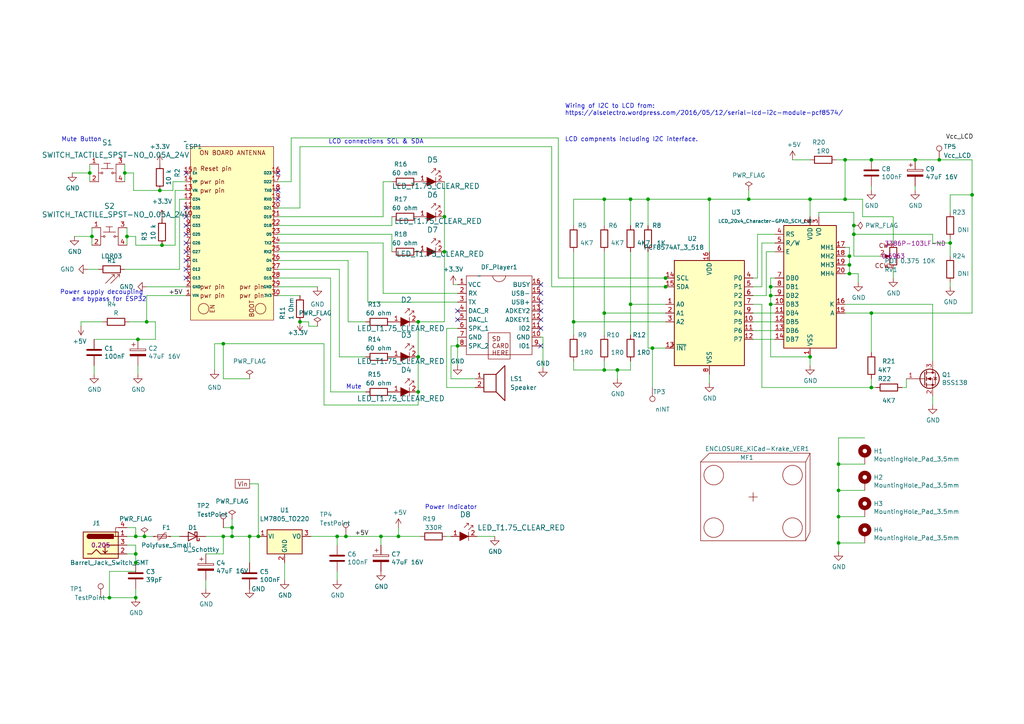
<source format=kicad_sch>
(kicad_sch (version 20230121) (generator eeschema)
  (paper "A4")
  (junction (at 252.73 46.355))
  (junction (at 175.26 90.805))
  (junction (at 246.38 79.375))
  (junction (at 36.83 68.58))
  (junction (at 74.93 155.575))
  (junction (at 182.88 88.265))
  (junction (at 223.52 88.265))
  (junction (at 64.77 99.695))
  (junction (at 243.205 134.62))
  (junction (at 26.67 68.58))
  (junction (at 243.205 157.48))
  (junction (at 223.52 83.185))
  (junction (at 223.52 85.725))
  (junction (at 246.38 76.835))
  (junction (at 175.26 107.315))
  (junction (at 243.205 149.86))
  (junction (at 67.31 153.035))
  (junction (at 128.905 73.025))
  (junction (at 247.65 67.945))
  (junction (at 72.39 155.575))
  (junction (at 193.04 83.185))
  (junction (at 205.74 57.785))
  (junction (at 246.38 74.295))
  (junction (at 179.07 107.315))
  (junction (at 46.355 55.245))
  (junction (at 252.73 90.805))
  (junction (at 40.005 98.425))
  (junction (at 110.49 155.575))
  (junction (at 243.205 142.24))
  (junction (at 245.11 57.785))
  (junction (at 234.95 57.785))
  (junction (at 39.37 155.575))
  (junction (at 31.75 173.355))
  (junction (at 252.73 112.395))
  (junction (at 36.195 50.165))
  (junction (at 272.415 46.355))
  (junction (at 42.545 93.345))
  (junction (at 121.285 113.665))
  (junction (at 115.57 155.575))
  (junction (at 39.37 160.655))
  (junction (at 166.37 93.345))
  (junction (at 86.995 93.345))
  (junction (at 39.37 173.355))
  (junction (at 39.37 163.195))
  (junction (at 41.91 155.575))
  (junction (at 182.88 57.785))
  (junction (at 67.31 155.575))
  (junction (at 26.035 50.165))
  (junction (at 64.77 155.575))
  (junction (at 175.26 57.785))
  (junction (at 193.04 80.645))
  (junction (at 121.285 103.505))
  (junction (at 234.95 103.505))
  (junction (at 46.99 71.12))
  (junction (at 281.94 56.515))
  (junction (at 189.23 100.965))
  (junction (at 247.65 65.405))
  (junction (at 97.79 155.575))
  (junction (at 132.715 100.33))
  (junction (at 187.96 57.785))
  (junction (at 128.905 62.865))
  (junction (at 275.59 70.485))
  (junction (at 265.43 46.355))
  (junction (at 217.17 57.785))
  (junction (at 121.285 93.345))
  (junction (at 100.33 155.575))
  (junction (at 245.11 46.355))
  (no_connect (at 53.975 50.165))
  (no_connect (at 156.845 85.09))
  (no_connect (at 53.975 70.485))
  (no_connect (at 53.975 78.105))
  (no_connect (at 132.715 90.17))
  (no_connect (at 53.975 80.645))
  (no_connect (at 156.845 100.33))
  (no_connect (at 53.975 62.865))
  (no_connect (at 53.975 67.945))
  (no_connect (at 53.975 65.405))
  (no_connect (at 53.975 75.565))
  (no_connect (at 132.715 92.71))
  (no_connect (at 156.845 82.55))
  (no_connect (at 156.845 87.63))
  (no_connect (at 156.845 95.25))
  (no_connect (at 80.645 50.165))
  (no_connect (at 80.645 55.245))
  (no_connect (at 53.975 73.025))
  (no_connect (at 156.845 90.17))
  (no_connect (at 53.975 60.325))
  (no_connect (at 80.645 57.785))
  (no_connect (at 156.845 92.71))
  (wire (pts (xy 39.37 170.815) (xy 39.37 173.355)))
  (wire (pts (xy 129.54 112.395) (xy 137.795 112.395)))
  (wire (pts (xy 224.79 85.725) (xy 223.52 85.725)))
  (wire (pts (xy 80.645 52.705) (xy 84.455 52.705)))
  (wire (pts (xy 80.645 60.325) (xy 86.995 60.325)))
  (wire (pts (xy 39.37 160.655) (xy 39.37 163.195)))
  (wire (pts (xy 39.37 71.12) (xy 46.99 71.12)))
  (wire (pts (xy 36.195 78.105) (xy 52.07 78.105)))
  (wire (pts (xy 247.65 67.945) (xy 247.65 74.295)))
  (wire (pts (xy 218.44 95.885) (xy 224.79 95.885)))
  (wire (pts (xy 62.23 99.695) (xy 64.77 99.695)))
  (wire (pts (xy 250.19 62.865) (xy 259.08 62.865)))
  (wire (pts (xy 80.645 62.865) (xy 111.125 62.865)))
  (wire (pts (xy 265.43 53.975) (xy 265.43 55.245)))
  (wire (pts (xy 38.735 50.165) (xy 38.735 55.245)))
  (wire (pts (xy 39.37 158.115) (xy 39.37 160.655)))
  (wire (pts (xy 250.19 57.785) (xy 250.19 62.865)))
  (wire (pts (xy 229.87 46.355) (xy 234.95 46.355)))
  (wire (pts (xy 115.57 155.575) (xy 121.92 155.575)))
  (wire (pts (xy 129.54 155.575) (xy 130.81 155.575)))
  (wire (pts (xy 52.07 57.785) (xy 53.975 57.785)))
  (wire (pts (xy 46.99 71.12) (xy 50.8 71.12)))
  (wire (pts (xy 218.44 83.185) (xy 220.98 83.185)))
  (wire (pts (xy 182.88 65.405) (xy 182.88 57.785)))
  (wire (pts (xy 205.74 57.785) (xy 217.17 57.785)))
  (wire (pts (xy 247.65 74.295) (xy 255.27 74.295)))
  (wire (pts (xy 64.77 155.575) (xy 64.77 160.655)))
  (wire (pts (xy 245.11 79.375) (xy 246.38 79.375)))
  (wire (pts (xy 42.545 83.185) (xy 53.975 83.185)))
  (wire (pts (xy 106.68 87.63) (xy 132.715 87.63)))
  (wire (pts (xy 36.83 68.58) (xy 36.83 71.12)))
  (wire (pts (xy 132.715 95.25) (xy 129.54 95.25)))
  (wire (pts (xy 243.205 134.62) (xy 243.205 142.24)))
  (wire (pts (xy 89.535 94.615) (xy 89.535 93.345)))
  (wire (pts (xy 270.51 70.485) (xy 275.59 70.485)))
  (wire (pts (xy 64.77 99.695) (xy 64.77 109.855)))
  (wire (pts (xy 193.04 88.265) (xy 182.88 88.265)))
  (wire (pts (xy 281.94 46.355) (xy 281.94 56.515)))
  (wire (pts (xy 64.77 99.695) (xy 93.98 99.695)))
  (wire (pts (xy 166.37 97.155) (xy 166.37 93.345)))
  (wire (pts (xy 245.11 74.295) (xy 246.38 74.295)))
  (wire (pts (xy 250.825 157.48) (xy 243.205 157.48)))
  (wire (pts (xy 59.69 155.575) (xy 64.77 155.575)))
  (wire (pts (xy 270.51 114.935) (xy 270.51 117.475)))
  (wire (pts (xy 82.55 168.275) (xy 82.55 163.195)))
  (wire (pts (xy 40.005 98.425) (xy 45.085 98.425)))
  (wire (pts (xy 131.445 82.55) (xy 132.715 82.55)))
  (wire (pts (xy 160.02 83.185) (xy 160.02 42.545)))
  (wire (pts (xy 220.98 83.185) (xy 220.98 70.485)))
  (wire (pts (xy 223.52 88.265) (xy 223.52 85.725)))
  (wire (pts (xy 245.11 46.355) (xy 252.73 46.355)))
  (wire (pts (xy 121.285 93.345) (xy 121.285 103.505)))
  (wire (pts (xy 243.205 142.24) (xy 243.205 149.86)))
  (wire (pts (xy 166.37 93.345) (xy 166.37 73.025)))
  (wire (pts (xy 218.44 90.805) (xy 224.79 90.805)))
  (wire (pts (xy 129.54 95.25) (xy 129.54 112.395)))
  (wire (pts (xy 189.23 112.395) (xy 189.23 100.965)))
  (wire (pts (xy 224.79 83.185) (xy 223.52 83.185)))
  (wire (pts (xy 46.355 55.245) (xy 50.165 55.245)))
  (wire (pts (xy 113.665 65.405) (xy 113.665 62.865)))
  (wire (pts (xy 80.645 73.025) (xy 106.68 73.025)))
  (wire (pts (xy 187.96 73.025) (xy 187.96 100.965)))
  (wire (pts (xy 31.75 165.735) (xy 31.75 173.355)))
  (wire (pts (xy 270.51 67.945) (xy 270.51 70.485)))
  (wire (pts (xy 222.25 85.725) (xy 222.25 73.025)))
  (wire (pts (xy 36.83 68.58) (xy 39.37 68.58)))
  (wire (pts (xy 50.8 55.245) (xy 50.8 71.12)))
  (wire (pts (xy 252.73 46.355) (xy 265.43 46.355)))
  (wire (pts (xy 80.645 65.405) (xy 113.665 65.405)))
  (wire (pts (xy 49.53 155.575) (xy 52.07 155.575)))
  (wire (pts (xy 130.81 100.33) (xy 130.81 109.855)))
  (wire (pts (xy 275.59 83.185) (xy 275.59 81.915)))
  (wire (pts (xy 262.89 109.855) (xy 262.89 112.395)))
  (wire (pts (xy 193.04 80.645) (xy 161.925 80.645)))
  (wire (pts (xy 219.71 67.945) (xy 219.71 80.645)))
  (wire (pts (xy 40.005 108.585) (xy 40.005 106.045)))
  (wire (pts (xy 245.11 71.755) (xy 246.38 71.755)))
  (wire (pts (xy 52.07 57.785) (xy 52.07 78.105)))
  (wire (pts (xy 80.645 75.565) (xy 100.965 75.565)))
  (wire (pts (xy 220.98 88.265) (xy 220.98 112.395)))
  (wire (pts (xy 80.645 78.105) (xy 98.425 78.105)))
  (wire (pts (xy 143.51 155.575) (xy 138.43 155.575)))
  (wire (pts (xy 132.715 97.79) (xy 132.715 100.33)))
  (wire (pts (xy 218.44 85.725) (xy 222.25 85.725)))
  (wire (pts (xy 100.33 155.575) (xy 110.49 155.575)))
  (wire (pts (xy 187.96 57.785) (xy 205.74 57.785)))
  (wire (pts (xy 59.69 160.655) (xy 64.77 160.655)))
  (wire (pts (xy 39.37 165.735) (xy 31.75 165.735)))
  (wire (pts (xy 80.645 80.645) (xy 95.885 80.645)))
  (wire (pts (xy 67.31 155.575) (xy 72.39 155.575)))
  (wire (pts (xy 217.17 57.785) (xy 234.95 57.785)))
  (wire (pts (xy 42.545 85.725) (xy 42.545 93.345)))
  (wire (pts (xy 166.37 107.315) (xy 175.26 107.315)))
  (wire (pts (xy 259.08 70.485) (xy 259.08 62.865)))
  (wire (pts (xy 84.455 40.005) (xy 84.455 52.705)))
  (wire (pts (xy 26.035 47.625) (xy 26.035 50.165)))
  (wire (pts (xy 218.44 98.425) (xy 224.79 98.425)))
  (wire (pts (xy 29.21 173.355) (xy 31.75 173.355)))
  (wire (pts (xy 26.035 50.165) (xy 26.035 52.705)))
  (wire (pts (xy 246.38 74.295) (xy 246.38 76.835)))
  (wire (pts (xy 36.195 47.625) (xy 36.195 50.165)))
  (wire (pts (xy 245.11 57.785) (xy 234.95 57.785)))
  (wire (pts (xy 223.52 85.725) (xy 223.52 83.185)))
  (wire (pts (xy 62.23 99.695) (xy 62.23 107.315)))
  (wire (pts (xy 27.305 108.585) (xy 27.305 106.045)))
  (wire (pts (xy 243.205 127) (xy 243.205 134.62)))
  (wire (pts (xy 72.39 140.335) (xy 74.93 140.335)))
  (wire (pts (xy 39.37 68.58) (xy 39.37 71.12)))
  (wire (pts (xy 80.645 85.725) (xy 86.995 85.725)))
  (wire (pts (xy 193.675 83.185) (xy 193.04 83.185)))
  (wire (pts (xy 39.37 155.575) (xy 36.83 155.575)))
  (wire (pts (xy 23.495 93.345) (xy 23.495 94.615)))
  (wire (pts (xy 270.51 88.265) (xy 270.51 104.775)))
  (wire (pts (xy 246.38 71.755) (xy 246.38 74.295)))
  (wire (pts (xy 246.38 76.835) (xy 246.38 79.375)))
  (wire (pts (xy 111.125 70.485) (xy 111.125 85.09)))
  (wire (pts (xy 182.88 57.785) (xy 187.96 57.785)))
  (wire (pts (xy 275.59 70.485) (xy 275.59 69.215)))
  (wire (pts (xy 89.535 93.345) (xy 86.995 93.345)))
  (wire (pts (xy 41.91 155.575) (xy 39.37 155.575)))
  (wire (pts (xy 245.11 76.835) (xy 246.38 76.835)))
  (wire (pts (xy 130.81 109.855) (xy 137.795 109.855)))
  (wire (pts (xy 182.88 97.155) (xy 182.88 88.265)))
  (wire (pts (xy 247.65 65.405) (xy 247.65 67.945)))
  (wire (pts (xy 223.52 83.185) (xy 223.52 80.645)))
  (wire (pts (xy 245.11 88.265) (xy 270.51 88.265)))
  (wire (pts (xy 44.45 155.575) (xy 41.91 155.575)))
  (wire (pts (xy 224.79 67.945) (xy 219.71 67.945)))
  (wire (pts (xy 220.98 112.395) (xy 252.73 112.395)))
  (wire (pts (xy 252.73 90.805) (xy 245.11 90.805)))
  (wire (pts (xy 272.415 46.355) (xy 281.94 46.355)))
  (wire (pts (xy 97.79 158.115) (xy 97.79 155.575)))
  (wire (pts (xy 72.39 163.195) (xy 72.39 155.575)))
  (wire (pts (xy 182.88 107.315) (xy 182.88 104.775)))
  (wire (pts (xy 175.26 57.785) (xy 182.88 57.785)))
  (wire (pts (xy 29.845 93.345) (xy 23.495 93.345)))
  (wire (pts (xy 128.905 62.865) (xy 128.905 73.025)))
  (wire (pts (xy 175.26 107.315) (xy 179.07 107.315)))
  (wire (pts (xy 50.165 55.245) (xy 50.165 52.705)))
  (wire (pts (xy 93.98 99.695) (xy 93.98 117.475)))
  (wire (pts (xy 166.37 65.405) (xy 166.37 57.785)))
  (wire (pts (xy 121.285 103.505) (xy 121.285 113.665)))
  (wire (pts (xy 182.88 88.265) (xy 182.88 73.025)))
  (wire (pts (xy 132.715 100.33) (xy 132.715 106.045)))
  (wire (pts (xy 245.11 57.785) (xy 250.19 57.785)))
  (wire (pts (xy 113.665 67.945) (xy 113.665 73.025)))
  (wire (pts (xy 187.96 100.965) (xy 189.23 100.965)))
  (wire (pts (xy 166.37 57.785) (xy 175.26 57.785)))
  (wire (pts (xy 110.49 155.575) (xy 115.57 155.575)))
  (wire (pts (xy 250.825 142.24) (xy 243.205 142.24)))
  (wire (pts (xy 242.57 46.355) (xy 245.11 46.355)))
  (wire (pts (xy 31.75 173.355) (xy 39.37 173.355)))
  (wire (pts (xy 243.205 149.86) (xy 243.205 157.48)))
  (wire (pts (xy 189.23 100.965) (xy 193.04 100.965)))
  (wire (pts (xy 111.125 52.705) (xy 113.665 52.705)))
  (wire (pts (xy 281.94 90.805) (xy 252.73 90.805)))
  (wire (pts (xy 275.59 61.595) (xy 275.59 56.515)))
  (wire (pts (xy 39.37 160.655) (xy 36.83 160.655)))
  (wire (pts (xy 250.825 127) (xy 243.205 127)))
  (wire (pts (xy 64.77 153.035) (xy 67.31 153.035)))
  (wire (pts (xy 166.37 104.775) (xy 166.37 107.315)))
  (wire (pts (xy 234.95 57.785) (xy 234.95 62.865)))
  (wire (pts (xy 265.43 46.355) (xy 272.415 46.355)))
  (wire (pts (xy 250.825 134.62) (xy 243.205 134.62)))
  (wire (pts (xy 111.125 85.09) (xy 132.715 85.09)))
  (wire (pts (xy 220.98 70.485) (xy 224.79 70.485)))
  (wire (pts (xy 90.17 155.575) (xy 97.79 155.575)))
  (wire (pts (xy 95.885 113.665) (xy 106.045 113.665)))
  (wire (pts (xy 100.965 93.345) (xy 100.965 75.565)))
  (wire (pts (xy 72.39 109.855) (xy 64.77 109.855)))
  (wire (pts (xy 223.52 88.265) (xy 223.52 103.505)))
  (wire (pts (xy 93.98 117.475) (xy 121.285 117.475)))
  (wire (pts (xy 80.645 70.485) (xy 111.125 70.485)))
  (wire (pts (xy 84.455 40.005) (xy 161.925 40.005)))
  (wire (pts (xy 187.96 65.405) (xy 187.96 57.785)))
  (wire (pts (xy 275.59 74.295) (xy 275.59 70.485)))
  (wire (pts (xy 252.73 112.395) (xy 252.73 109.855)))
  (wire (pts (xy 193.04 93.345) (xy 166.37 93.345)))
  (wire (pts (xy 237.49 62.865) (xy 237.49 61.595)))
  (wire (pts (xy 247.65 61.595) (xy 247.65 65.405)))
  (wire (pts (xy 36.195 50.165) (xy 38.735 50.165)))
  (wire (pts (xy 175.26 90.805) (xy 175.26 73.025)))
  (wire (pts (xy 97.79 155.575) (xy 100.33 155.575)))
  (wire (pts (xy 193.04 90.805) (xy 175.26 90.805)))
  (wire (pts (xy 80.645 67.945) (xy 113.665 67.945)))
  (wire (pts (xy 39.37 153.035) (xy 39.37 155.575)))
  (wire (pts (xy 98.425 103.505) (xy 106.045 103.505)))
  (wire (pts (xy 128.905 73.025) (xy 128.905 93.345)))
  (wire (pts (xy 281.94 56.515) (xy 281.94 90.805)))
  (wire (pts (xy 67.31 153.035) (xy 67.31 155.575)))
  (wire (pts (xy 37.465 93.345) (xy 42.545 93.345)))
  (wire (pts (xy 98.425 78.105) (xy 98.425 103.505)))
  (wire (pts (xy 224.79 88.265) (xy 223.52 88.265)))
  (wire (pts (xy 106.68 73.025) (xy 106.68 87.63)))
  (wire (pts (xy 160.02 42.545) (xy 86.995 42.545)))
  (wire (pts (xy 72.39 155.575) (xy 74.93 155.575)))
  (wire (pts (xy 250.825 149.86) (xy 243.205 149.86)))
  (wire (pts (xy 59.69 168.275) (xy 59.69 170.815)))
  (wire (pts (xy 219.71 80.645) (xy 218.44 80.645)))
  (wire (pts (xy 175.26 65.405) (xy 175.26 57.785)))
  (wire (pts (xy 36.83 66.04) (xy 36.83 68.58)))
  (wire (pts (xy 223.52 80.645) (xy 224.79 80.645)))
  (wire (pts (xy 80.645 83.185) (xy 92.075 83.185)))
  (wire (pts (xy 193.04 83.185) (xy 160.02 83.185)))
  (wire (pts (xy 248.92 79.375) (xy 248.92 81.915)))
  (wire (pts (xy 259.08 78.105) (xy 259.08 80.645)))
  (wire (pts (xy 234.95 106.045) (xy 234.95 103.505)))
  (wire (pts (xy 128.905 52.705) (xy 128.905 62.865)))
  (wire (pts (xy 27.305 98.425) (xy 40.005 98.425)))
  (wire (pts (xy 205.74 111.125) (xy 205.74 108.585)))
  (wire (pts (xy 45.085 98.425) (xy 45.085 93.345)))
  (wire (pts (xy 243.205 157.48) (xy 243.205 160.02)))
  (wire (pts (xy 246.38 79.375) (xy 248.92 79.375)))
  (wire (pts (xy 275.59 56.515) (xy 281.94 56.515)))
  (wire (pts (xy 111.125 62.865) (xy 111.125 52.705)))
  (wire (pts (xy 252.73 112.395) (xy 254 112.395)))
  (wire (pts (xy 247.65 67.945) (xy 270.51 67.945)))
  (wire (pts (xy 128.905 93.345) (xy 121.285 93.345)))
  (wire (pts (xy 179.07 107.315) (xy 182.88 107.315)))
  (wire (pts (xy 92.075 94.615) (xy 89.535 94.615)))
  (wire (pts (xy 179.07 109.855) (xy 179.07 107.315)))
  (wire (pts (xy 175.26 104.775) (xy 175.26 107.315)))
  (wire (pts (xy 42.545 85.725) (xy 53.975 85.725)))
  (wire (pts (xy 26.67 68.58) (xy 26.67 71.12)))
  (wire (pts (xy 193.675 80.645) (xy 193.04 80.645)))
  (wire (pts (xy 217.17 55.245) (xy 217.17 57.785)))
  (wire (pts (xy 261.62 112.395) (xy 262.89 112.395)))
  (wire (pts (xy 115.57 155.575) (xy 115.57 153.035)))
  (wire (pts (xy 157.48 97.79) (xy 157.48 106.68)))
  (wire (pts (xy 74.93 140.335) (xy 74.93 155.575)))
  (wire (pts (xy 106.045 93.345) (xy 100.965 93.345)))
  (wire (pts (xy 175.26 97.155) (xy 175.26 90.805)))
  (wire (pts (xy 223.52 103.505) (xy 234.95 103.505)))
  (wire (pts (xy 64.77 155.575) (xy 67.31 155.575)))
  (wire (pts (xy 110.49 158.115) (xy 110.49 155.575)))
  (wire (pts (xy 132.715 100.33) (xy 130.81 100.33)))
  (wire (pts (xy 36.195 50.165) (xy 36.195 52.705)))
  (wire (pts (xy 245.11 46.355) (xy 245.11 57.785)))
  (wire (pts (xy 21.59 68.58) (xy 26.67 68.58)))
  (wire (pts (xy 252.73 102.235) (xy 252.73 90.805)))
  (wire (pts (xy 36.83 153.035) (xy 39.37 153.035)))
  (wire (pts (xy 25.4 78.105) (xy 28.575 78.105)))
  (wire (pts (xy 36.83 158.115) (xy 39.37 158.115)))
  (wire (pts (xy 26.67 66.04) (xy 26.67 68.58)))
  (wire (pts (xy 86.995 42.545) (xy 86.995 60.325)))
  (wire (pts (xy 161.925 80.645) (xy 161.925 40.005)))
  (wire (pts (xy 53.975 55.245) (xy 50.8 55.245)))
  (wire (pts (xy 121.285 117.475) (xy 121.285 113.665)))
  (wire (pts (xy 205.74 73.025) (xy 205.74 57.785)))
  (wire (pts (xy 218.44 93.345) (xy 224.79 93.345)))
  (wire (pts (xy 237.49 61.595) (xy 247.65 61.595)))
  (wire (pts (xy 218.44 88.265) (xy 220.98 88.265)))
  (wire (pts (xy 67.31 150.495) (xy 67.31 153.035)))
  (wire (pts (xy 38.735 55.245) (xy 46.355 55.245)))
  (wire (pts (xy 252.73 55.245) (xy 252.73 53.975)))
  (wire (pts (xy 97.79 165.735) (xy 97.79 168.275)))
  (wire (pts (xy 95.885 80.645) (xy 95.885 113.665)))
  (wire (pts (xy 156.845 97.79) (xy 157.48 97.79)))
  (wire (pts (xy 39.37 163.195) (xy 39.37 165.735)))
  (wire (pts (xy 20.955 50.165) (xy 26.035 50.165)))
  (wire (pts (xy 222.25 73.025) (xy 224.79 73.025)))
  (wire (pts (xy 50.165 52.705) (xy 53.975 52.705)))
  (wire (pts (xy 42.545 93.345) (xy 45.085 93.345)))
  (text "Power supply decoupling \nand bypass for ESP32" (at 42.545 87.63 0) (effects (font (size 1.27 1.27)) (justify right bottom)))
  (text "LCD compnents including I2C interface." (at 163.83 41.275 0) (effects (font (size 1.27 1.27)) (justify left bottom)))
  (text "Mute Button" (at 17.78 41.275 0) (effects (font (size 1.27 1.27)) (justify left bottom)))
  (text "LCD connections SCL & SDA" (at 95.25 41.91 0) (effects (font (size 1.27 1.27)) (justify left bottom)))
  (text "Power Indicator" (at 123.19 147.955 0) (effects (font (size 1.27 1.27)) (justify left bottom)))
  (text "Mute" (at 100.33 113.03 0) (effects (font (size 1.27 1.27)) (justify left bottom)))
  (text "Wiring of I2C to LCD from:\nhttps://alselectro.wordpress.com/2016/05/12/serial-lcd-i2c-module-pcf8574/" (at 163.83 33.655 0) (effects (font (size 1.27 1.27)) (justify left bottom)))
  (label "Vcc_LCD" (at 274.32 40.64 0))
  (label "+5V" (at 102.87 155.575 0))
  (label "+5V" (at 48.895 85.725 0))
  (global_label "Vin" (shape passive) (at 72.39 140.335 180) (property "Intersheetrefs" "${INTERSHEET_REFS}" (effects hide)))
  (symbol (lib_id "GPAD_SCH_LIB:LED_T1.75_CLEAR_WHITE") (at 118.745 113.665 0) (unit 1)
    (property "Reference" "D4" (at 116.205 107.315 0) (effects (font (size 1.524 1.524)) (justify left)))
    (property "Value" "LED_T1.75_CLEAR_RED" (at 103.505 115.57 0) (effects (font (size 1.524 1.524)) (justify left)))
    (property "Footprint" "GeneralPurposeAlarmDevicePCB:LED_5mm_Radial" (effects hide))
    (property "Datasheet" "http://optoelectronics.liteon.com/upload/download/DS20-2005-253/LTW-2R3D7.pdf" (effects hide))
    (property "Digi-Key_PN" "160-1772-ND" (effects hide))
    (property "MPN" "LTW-2R3D7" (effects hide))
    (property "Category" "Optoelectronics" (effects hide))
    (property "Family" "LED Indication - Discrete" (effects hide))
    (property "DK_Datasheet_Link" "http://optoelectronics.liteon.com/upload/download/DS20-2005-253/LTW-2R3D7.pdf" (effects hide))
    (property "DK_Detail_Page" "/product-detail/en/lite-on-inc/LTW-2R3D7/160-1772-ND/1277121" (effects hide))
    (property "Description" "LED WHITE CLEAR T-1 3/4 T/H" (effects hide))
    (property "Manufacturer" "Lite-On Inc." (effects hide))
    (property "Status" "Active" (effects hide))
    (property "AssemblyType" "HAND" (effects hide))
    (property "Cost" "0.36000" (effects hide))
    (property "Distributor 1" "DigiKey" (effects hide))
    (property "Distributor 1 PN" "160-1682-ND" (effects hide))
  )
  (symbol (lib_id "Device:C_Polarized") (at 110.49 161.925 0) (unit 1)
    (property "Reference" "C7" (at 113.4872 160.7566 0) (effects (justify left)))
    (property "Value" "47uF 16V" (at 113.4872 163.068 0) (effects (justify left)))
    (property "Footprint" "Capacitor_SMD:CP_Elec_5x5.4" (effects hide))
    (property "Distributor 1" "JLCPCB" (effects hide))
    (property "Distributor 1 PN" "C2895272" (effects hide))
    (property "Manufacturer" "KNSCHA" (effects hide))
    (property "MPN" "RVT47UF16V67RV0019" (effects hide))
    (property "AssemblyType" "SMT" (effects hide))
    (property "Cost" "0.038" (effects hide))
  )
  (symbol (lib_id "GPAD_SCH_LIB:MountingHole_Pad_3.5mm") (at 250.825 154.94 0) (unit 1)
    (property "Reference" "H4" (at 253.365 153.6954 0) (effects (justify left)))
    (property "Value" "MountingHole_Pad_3.5mm" (at 253.365 156.0068 0) (effects (justify left)))
    (property "Footprint" "GeneralPurposeAlarmDevicePCB:MountingHole_3.5mm_Pad_Via" (effects hide))
    (property "AssemblyType" "NA" (effects hide))
    (property "Cost" "0" (effects hide))
    (property "Description" "MountingHole_Pad_3.5mm" (effects hide))
    (property "Distributor 1" "NA" (effects hide))
    (property "Distributor 1 PN" "NA" (effects hide))
  )
  (symbol (lib_id "power:GND") (at 62.23 107.315 0) (unit 1)
    (property "Reference" "#PWR023" (effects hide))
    (property "Value" "GND" (at 62.23 112.395 0))
  )
  (symbol (lib_id "Device:C_Polarized") (at 40.005 102.235 0) (unit 1)
    (property "Reference" "C2" (at 43.0022 101.0666 0) (effects (justify left)))
    (property "Value" "47uF 16V" (at 43.0022 103.378 0) (effects (justify left)))
    (property "Footprint" "Capacitor_SMD:CP_Elec_5x5.4" (effects hide))
    (property "Distributor 1" "JLCPCB" (effects hide))
    (property "Distributor 1 PN" "C2895272" (effects hide))
    (property "Manufacturer" "KNSCHA" (effects hide))
    (property "MPN" "RVT47UF16V67RV0019" (effects hide))
    (property "AssemblyType" "SMT" (effects hide))
    (property "Cost" "0.038" (effects hide))
  )
  (symbol (lib_id "Connector:TestPoint") (at 64.77 153.035 0) (unit 1)
    (property "Reference" "TP2" (at 57.15 146.685 0) (effects (justify left)))
    (property "Value" "TestPoint" (at 57.15 149.225 0) (effects (justify left)))
    (property "Footprint" "TestPoint:TestPoint_Loop_D2.54mm_Drill1.5mm_Beaded" (effects hide))
    (property "AssemblyType" "HAND" (effects hide))
  )
  (symbol (lib_id "Device:C") (at 39.37 167.005 0) (unit 1)
    (property "Reference" "C3" (at 42.291 165.8366 0) (effects (justify left)))
    (property "Value" "39pF" (at 42.291 168.148 0) (effects (justify left)))
    (property "Footprint" "Capacitor_SMD:C_0603_1608Metric_Pad1.08x0.95mm_HandSolder" (effects hide))
    (property "AssemblyType" "SMT" (effects hide))
    (property "Distributor 1" "JLCPCB" (effects hide))
    (property "Distributor 1 PN" "C107049" (effects hide))
    (property "MPN" "CC0603JRNPO9BN390" (effects hide))
    (property "Manufacturer" "YAGEO" (effects hide))
    (property "Cost" "0.003" (effects hide))
  )
  (symbol (lib_id "power:+3.3V") (at 46.355 47.625 0) (unit 1)
    (property "Reference" "#PWR07" (effects hide))
    (property "Value" "+3.3V" (at 46.355 42.545 0))
  )
  (symbol (lib_id "Device:C") (at 252.73 50.165 0) (unit 1)
    (property "Reference" "C8" (at 255.651 48.9966 0) (effects (justify left)))
    (property "Value" "100nF" (at 255.651 51.308 0) (effects (justify left)))
    (property "Footprint" "Capacitor_SMD:C_0603_1608Metric_Pad1.08x0.95mm_HandSolder" (effects hide))
    (property "Distributor 1" "JLCPCB" (effects hide))
    (property "Distributor 1 PN" "C14663" (effects hide))
    (property "Manufacturer" "YAGEO" (effects hide))
    (property "MPN" "CC0603KRX7R9BB104" (effects hide))
    (property "Description" "50V 100nF X7R ±10% 0603 Multilayer Ceramic Capacitors MLCC - SMD/SMT ROHS" (effects hide))
    (property "AssemblyType" "SMT" (effects hide))
    (property "Cost" "0.0021" (effects hide))
  )
  (symbol (lib_id "GPAD_SCH_LIB:SWITCH_TACTILE_SPST-NO_0.05A_24V") (at 31.115 50.165 0) (unit 1)
    (property "Reference" "S1" (at 31.115 41.3512 0) (effects (font (size 1.524 1.524))))
    (property "Value" "SWITCH_TACTILE_SPST-NO_0.05A_24V" (at 33.528 44.958 0) (effects (font (size 1.524 1.524))))
    (property "Footprint" "PubInv_KiCad_PCB:Switch_Tactile_THT_6x6mm" (effects hide))
    (property "Datasheet" "https://www.te.com/commerce/DocumentDelivery/DDEController?Action=srchrtrv&DocNm=1825910&DocType=Customer+Drawing&DocLang=English" (effects hide))
    (property "Distributor 1" "JLCPCB" (effects hide))
    (property "Distributor 1 PN" "C13828" (effects hide))
    (property "Distributor 2" "Digikey" (effects hide))
    (property "Distributor 2 PN" "450-1804-ND" (effects hide))
    (property "Manufacturer" "TE Connectivity ALCOSWITCH Switches" (effects hide))
    (property "MPN" "TE Connectivity 1825910-7,   Dongguan Guangzhu Industrial C13828" (effects hide))
    (property "Category" "Switches" (effects hide))
    (property "Family" "Tactile Switches" (effects hide))
    (property "DK_Datasheet_Link" "https://www.te.com/commerce/DocumentDelivery/DDEController?Action=srchrtrv&DocNm=1825910&DocType=Customer+Drawing&DocLang=English" (effects hide))
    (property "DK_Detail_Page" "/product-detail/en/te-connectivity-alcoswitch-switches/1825910-7/450-1804-ND/1731414" (effects hide))
    (property "Description" "±10% ±100ppm/℃ 10kΩ Plugin Variable Resistors/Potentiometers ROHS" (effects hide))
    (property "Status" "Active" (effects hide))
    (property "AssemblyType" "HAND" (effects hide))
    (property "Cost" "0.0315" (effects hide))
  )
  (symbol (lib_id "GPAD_SCH_LIB:Barrel_Jack_Switch_SMT") (at 29.21 158.115 0) (unit 1)
    (property "Reference" "J1" (at 27.94 151.765 0))
    (property "Value" "Barrel_Jack_Switch_SMT" (at 31.75 163.195 0))
    (property "Footprint" "GeneralPurposeAlarmDevicePCB:BarrelJack_CLIFF_FC681465S_SMT_Horizontal" (effects hide))
    (property "Datasheet" "https://tensility.s3.amazonaws.com/uploads/pdffiles/54-00164.pdf" (effects hide))
    (property "Distributor 1" "JLCPCB" (effects hide))
    (property "Distributor 1 PN" "C319134" (effects hide))
    (property "Manufacturer" "XKB Connectivity / Tensility International Corp" (effects hide))
    (property "MPN" "DC-005-5A-2.0-SMT / 54-00164" (effects hide))
    (property "Description" "Power Barrel Connector Jack 2.10mm ID (0.083\"), 5.50mm OD (0.217\") Surface Mount, Right Angle" (effects hide))
    (property "Distributor 2" "Digikey" (effects hide))
    (property "Distributor 2 PN" "839-54-00164CT-ND" (effects hide))
    (property "Cost" "0.205" (at 29.21 158.115 0))
    (property "AssemblyType" "HAND" (effects hide))
  )
  (symbol (lib_id "power:+3.3V") (at 46.99 63.5 0) (unit 1)
    (property "Reference" "#PWR08" (effects hide))
    (property "Value" "+3.3V" (at 46.99 58.42 0))
  )
  (symbol (lib_id "GPAD_SCH_LIB:MountingHole_Pad_3.5mm") (at 250.825 132.08 0) (unit 1)
    (property "Reference" "H1" (at 253.365 130.8354 0) (effects (justify left)))
    (property "Value" "MountingHole_Pad_3.5mm" (at 253.365 133.1468 0) (effects (justify left)))
    (property "Footprint" "GeneralPurposeAlarmDevicePCB:MountingHole_3.5mm_Pad_Via" (effects hide))
    (property "AssemblyType" "NA" (effects hide))
    (property "Cost" "0" (effects hide))
    (property "Description" "MountingHole_Pad_3.5mm" (effects hide))
    (property "Distributor 1" "NA" (effects hide))
    (property "Distributor 1 PN" "NA" (effects hide))
  )
  (symbol (lib_id "Connector:TestPoint") (at 29.21 173.355 0) (unit 1)
    (property "Reference" "TP1" (at 20.32 170.815 0) (effects (justify left)))
    (property "Value" "TestPoint" (at 21.59 173.355 0) (effects (justify left)))
    (property "Footprint" "TestPoint:TestPoint_Loop_D2.54mm_Drill1.5mm_Beaded" (effects hide))
    (property "AssemblyType" "HAND" (effects hide))
  )
  (symbol (lib_id "power:GND") (at 97.79 168.275 0) (unit 1)
    (property "Reference" "#PWR019" (effects hide))
    (property "Value" "GND" (at 97.917 172.6692 0))
  )
  (symbol (lib_id "power:PWR_FLAG") (at 92.075 94.615 0) (unit 1)
    (property "Reference" "#FLG03" (effects hide))
    (property "Value" "PWR_FLAG" (at 91.44 90.805 0))
  )
  (symbol (lib_id "power:GND") (at 243.205 160.02 0) (unit 1)
    (property "Reference" "#PWR024" (effects hide))
    (property "Value" "GND" (at 243.332 164.4142 0))
  )
  (symbol (lib_id "power:GND") (at 265.43 55.245 0) (unit 1)
    (property "Reference" "#PWR028" (effects hide))
    (property "Value" "GND" (at 265.557 59.6392 0))
  )
  (symbol (lib_id "power:GND") (at 157.48 106.68 0) (unit 1)
    (property "Reference" "#PWR034" (effects hide))
    (property "Value" "GND" (at 157.48 105.41 0))
  )
  (symbol (lib_id "power:GND") (at 40.005 108.585 0) (unit 1)
    (property "Reference" "#PWR011" (effects hide))
    (property "Value" "GND" (at 40.132 112.9792 0))
  )
  (symbol (lib_id "Device:R") (at 109.855 113.665 270) (unit 1)
    (property "Reference" "R15" (at 108.585 108.585 90))
    (property "Value" "60 ohm" (at 109.855 111.125 90))
    (property "Footprint" "Resistor_SMD:R_0603_1608Metric_Pad0.98x0.95mm_HandSolder" (effects hide))
    (property "Distributor 1" "JLCPCB" (effects hide))
    (property "Distributor 1 PN" "C269711" (effects hide))
    (property "Manufacturer" "TyoHM" (effects hide))
    (property "MPN" "RMC06033301%N" (effects hide))
    (property "Description" "0.1W ±1% 330Ω 0603 Chip Resistor - Surface Mount ROHS" (effects hide))
    (property "AssemblyType" "SMT" (effects hide))
    (property "Cost" "0.0015" (effects hide))
  )
  (symbol (lib_id "Device:R") (at 166.37 100.965 0) (unit 1)
    (property "Reference" "R9" (at 168.91 97.155 0))
    (property "Value" "1R0" (at 170.18 102.235 0))
    (property "Footprint" "Resistor_SMD:R_0603_1608Metric_Pad0.98x0.95mm_HandSolder" (effects hide))
    (property "Distributor 1" "JLCPCB" (effects hide))
    (property "Distributor 1 PN" "C269434" (effects hide))
    (property "Manufacturer" "TyoHM" (effects hide))
    (property "MPN" "RMC060315%N" (effects hide))
    (property "Description" "0.1W ±5% 1Ω 0603 Chip Resistor - Surface Mount ROHS" (effects hide))
    (property "AssemblyType" "SMT" (effects hide))
    (property "Cost" "0.0015" (effects hide))
  )
  (symbol (lib_id "Regulator_Linear:LM7805_TO220") (at 82.55 155.575 0) (unit 1)
    (property "Reference" "U1" (at 82.55 147.955 0))
    (property "Value" "LM7805_TO220" (at 82.55 150.495 0))
    (property "Footprint" "Package_TO_SOT_THT:TO-220-3_Vertical" (effects hide))
    (property "Datasheet" "https://www.onsemi.cn/PowerSolutions/document/MC7800-D.PDF" (effects hide))
    (property "Cost" "0.1164" (effects hide))
    (property "Description" "LM7805 TO220" (effects hide))
    (property "Distributor 1" "JLCPCB" (effects hide))
    (property "Distributor 1 PN" "C2977083" (effects hide))
    (property "Manufacturer" "HANSCHIP semiconductor" (effects hide))
    (property "MPN" "LM7805CTG" (effects hide))
    (property "AssemblyType" "HAND" (effects hide))
  )
  (symbol (lib_id "power:GND") (at 270.51 117.475 0) (unit 1)
    (property "Reference" "#PWR029" (effects hide))
    (property "Value" "GND" (at 270.637 121.8692 0))
  )
  (symbol (lib_id "GPAD_SCH_LIB:ENCLOSURE_GPAD_VER1") (at 218.44 144.145 0) (unit 1) (on_board no)
    (property "Reference" "MF1" (at 214.63 132.715 0) (effects (justify left)))
    (property "Value" "ENCLOSURE_KiCad-Krake_VER1" (at 204.47 130.175 0) (effects (justify left)))
    (property "Datasheet" "https://www.mcmaster.com/catalog/128/3306" (effects hide))
    (property "Distributor 1" "PublicInvention" (effects hide))
    (property "Distributor 1 PN" "ENCLOSURE_GPAD_VER1" (effects hide))
    (property "Cost" "1000000" (effects hide))
  )
  (symbol (lib_id "power:GND") (at 275.59 83.185 0) (unit 1)
    (property "Reference" "#PWR030" (effects hide))
    (property "Value" "GND" (at 275.717 87.5792 0))
  )
  (symbol (lib_id "power:GND") (at 82.55 168.275 0) (unit 1)
    (property "Reference" "#PWR016" (effects hide))
    (property "Value" "GND" (at 82.677 172.6692 0))
  )
  (symbol (lib_id "Device:R") (at 117.475 52.705 270) (unit 1)
    (property "Reference" "R16" (at 116.205 47.625 90))
    (property "Value" "60 ohm" (at 117.475 50.165 90))
    (property "Footprint" "Resistor_SMD:R_0603_1608Metric_Pad0.98x0.95mm_HandSolder" (effects hide))
    (property "Distributor 1" "JLCPCB" (effects hide))
    (property "Distributor 1 PN" "C269711" (effects hide))
    (property "Manufacturer" "TyoHM" (effects hide))
    (property "MPN" "RMC06033301%N" (effects hide))
    (property "Description" "0.1W ±1% 330Ω 0603 Chip Resistor - Surface Mount ROHS" (effects hide))
    (property "AssemblyType" "SMT" (effects hide))
    (property "Cost" "0.0015" (effects hide))
  )
  (symbol (lib_id "power:GND") (at 20.955 50.165 0) (unit 1)
    (property "Reference" "#PWR01" (effects hide))
    (property "Value" "GND" (at 21.082 54.5592 0))
  )
  (symbol (lib_id "Device:Speaker") (at 142.875 109.855 0) (unit 1)
    (property "Reference" "LS1" (at 147.955 109.855 0) (effects (justify left)))
    (property "Value" "Speaker" (at 147.955 112.395 0) (effects (justify left)))
    (property "Footprint" "speaker:Speaker" (effects hide))
  )
  (symbol (lib_id "power:GND") (at 39.37 173.355 0) (unit 1)
    (property "Reference" "#PWR012" (effects hide))
    (property "Value" "GND" (at 39.497 177.7492 0))
  )
  (symbol (lib_id "Device:R") (at 182.88 100.965 0) (unit 1)
    (property "Reference" "R12" (at 185.42 97.155 0))
    (property "Value" "1R0" (at 186.69 102.235 0))
    (property "Footprint" "Resistor_SMD:R_0603_1608Metric_Pad0.98x0.95mm_HandSolder" (effects hide))
    (property "Distributor 1" "JLCPCB" (effects hide))
    (property "Distributor 1 PN" "C269434" (effects hide))
    (property "Manufacturer" "TyoHM" (effects hide))
    (property "MPN" "RMC060315%N" (effects hide))
    (property "Description" "0.1W ±5% 1Ω 0603 Chip Resistor - Surface Mount ROHS" (effects hide))
    (property "AssemblyType" "SMT" (effects hide))
    (property "Cost" "0.0015" (effects hide))
  )
  (symbol (lib_id "power:PWR_FLAG") (at 41.91 155.575 0) (unit 1)
    (property "Reference" "#FLG01" (effects hide))
    (property "Value" "PWR_FLAG" (at 39.37 150.495 0))
  )
  (symbol (lib_id "Device:R") (at 33.655 93.345 270) (unit 1)
    (property "Reference" "R4" (at 32.385 88.265 90))
    (property "Value" "R" (at 33.655 90.805 90))
    (property "Footprint" "Resistor_SMD:R_0603_1608Metric_Pad0.98x0.95mm_HandSolder" (effects hide))
    (property "Distributor 1" "JLCPCB" (effects hide))
    (property "Distributor 1 PN" "C269434" (effects hide))
    (property "Manufacturer" "TyoHM" (effects hide))
    (property "MPN" "RMC060315%N" (effects hide))
    (property "Description" "0.1W ±5% 1Ω 0603 Chip Resistor - Surface Mount ROHS" (effects hide))
    (property "AssemblyType" "SMT" (effects hide))
    (property "Cost" "0.0015" (effects hide))
  )
  (symbol (lib_id "Device:R") (at 46.355 51.435 180) (unit 1)
    (property "Reference" "R2" (at 51.435 50.165 90))
    (property "Value" "10 k" (at 48.895 51.435 90))
    (property "Footprint" "Resistor_SMD:R_0603_1608Metric_Pad0.98x0.95mm_HandSolder" (effects hide))
    (property "Distributor 1" "JLCPCB" (effects hide))
    (property "Distributor 1 PN" "C269701" (effects hide))
    (property "Manufacturer" "TyoHM" (effects hide))
    (property "MPN" "RMC 0603 10K F N" (effects hide))
    (property "Description" "0.1W ±1% 10kΩ 0603  Chip Resistor - Surface Mount ROHS" (effects hide))
    (property "AssemblyType" "SMT" (effects hide))
    (property "Cost" "0.0015" (effects hide))
  )
  (symbol (lib_id "power:GND") (at 234.95 106.045 0) (unit 1)
    (property "Reference" "#PWR010" (effects hide))
    (property "Value" "GND" (at 235.077 110.4392 0))
  )
  (symbol (lib_id "power:GND") (at 143.51 155.575 0) (unit 1)
    (property "Reference" "#PWR022" (effects hide))
    (property "Value" "GND" (at 143.637 159.9692 0))
  )
  (symbol (lib_id "GPAD_SCH_LIB:LED_T1.75_CLEAR_WHITE") (at 126.365 73.025 0) (unit 1)
    (property "Reference" "D7" (at 123.825 66.675 0) (effects (font (size 1.524 1.524)) (justify left)))
    (property "Value" "LED_T1.75_CLEAR_RED" (at 114.935 73.66 0) (effects (font (size 1.524 1.524)) (justify left)))
    (property "Footprint" "GeneralPurposeAlarmDevicePCB:LED_5mm_Radial" (effects hide))
    (property "Datasheet" "http://optoelectronics.liteon.com/upload/download/DS20-2005-253/LTW-2R3D7.pdf" (effects hide))
    (property "Digi-Key_PN" "160-1772-ND" (effects hide))
    (property "MPN" "LTW-2R3D7" (effects hide))
    (property "Category" "Optoelectronics" (effects hide))
    (property "Family" "LED Indication - Discrete" (effects hide))
    (property "DK_Datasheet_Link" "http://optoelectronics.liteon.com/upload/download/DS20-2005-253/LTW-2R3D7.pdf" (effects hide))
    (property "DK_Detail_Page" "/product-detail/en/lite-on-inc/LTW-2R3D7/160-1772-ND/1277121" (effects hide))
    (property "Description" "LED WHITE CLEAR T-1 3/4 T/H" (effects hide))
    (property "Manufacturer" "Lite-On Inc." (effects hide))
    (property "Status" "Active" (effects hide))
    (property "AssemblyType" "HAND" (effects hide))
    (property "Cost" "0.36000" (effects hide))
    (property "Distributor 1" "DigiKey" (effects hide))
    (property "Distributor 1 PN" "160-1682-ND" (effects hide))
  )
  (symbol (lib_id "Device:C") (at 97.79 161.925 0) (unit 1)
    (property "Reference" "C6" (at 100.711 160.7566 0) (effects (justify left)))
    (property "Value" "100nF" (at 100.711 163.068 0) (effects (justify left)))
    (property "Footprint" "Capacitor_SMD:C_0603_1608Metric_Pad1.08x0.95mm_HandSolder" (effects hide))
    (property "Distributor 1" "JLCPCB" (effects hide))
    (property "Distributor 1 PN" "C14663" (effects hide))
    (property "Manufacturer" "YAGEO" (effects hide))
    (property "MPN" "CC0603KRX7R9BB104" (effects hide))
    (property "Description" "50V 100nF X7R ±10% 0603 Multilayer Ceramic Capacitors MLCC - SMD/SMT ROHS" (effects hide))
    (property "AssemblyType" "SMT" (effects hide))
    (property "Cost" "0.0021" (effects hide))
  )
  (symbol (lib_id "Device:R") (at 252.73 106.045 180) (unit 1)
    (property "Reference" "R21" (at 257.81 104.775 0))
    (property "Value" "4K7" (at 256.54 107.315 0))
    (property "Footprint" "Resistor_SMD:R_0603_1608Metric_Pad0.98x0.95mm_HandSolder" (effects hide))
    (property "Distributor 1" "JLCPCB" (effects hide))
    (property "Distributor 1 PN" "C269713" (effects hide))
    (property "Manufacturer" "TyoHM" (effects hide))
    (property "MPN" "RMC 0603 4K7 F N" (effects hide))
    (property "Description" "1W ±1% 4.7kΩ 0603 Chip Resistor - Surface Mount ROHS" (effects hide))
    (property "AssemblyType" "SMT" (effects hide))
    (property "Cost" "0.0015" (effects hide))
  )
  (symbol (lib_id "Device:R") (at 117.475 73.025 270) (unit 1)
    (property "Reference" "R18" (at 116.205 67.945 90))
    (property "Value" "60 ohm" (at 117.475 70.485 90))
    (property "Footprint" "Resistor_SMD:R_0603_1608Metric_Pad0.98x0.95mm_HandSolder" (effects hide))
    (property "Distributor 1" "JLCPCB" (effects hide))
    (property "Distributor 1 PN" "C269711" (effects hide))
    (property "Manufacturer" "TyoHM" (effects hide))
    (property "MPN" "RMC06033301%N" (effects hide))
    (property "Description" "0.1W ±1% 330Ω 0603 Chip Resistor - Surface Mount ROHS" (effects hide))
    (property "AssemblyType" "SMT" (effects hide))
    (property "Cost" "0.0015" (effects hide))
  )
  (symbol (lib_id "Device:R") (at 46.99 67.31 0) (unit 1)
    (property "Reference" "R3" (at 41.91 68.58 90))
    (property "Value" "10 k" (at 44.45 67.31 90))
    (property "Footprint" "Resistor_SMD:R_0603_1608Metric_Pad0.98x0.95mm_HandSolder" (effects hide))
    (property "Distributor 1" "JLCPCB" (effects hide))
    (property "Distributor 1 PN" "C269701" (effects hide))
    (property "Manufacturer" "TyoHM" (effects hide))
    (property "MPN" "RMC 0603 10K F N" (effects hide))
    (property "Description" "0.1W ±1% 10kΩ 0603  Chip Resistor - Surface Mount ROHS" (effects hide))
    (property "AssemblyType" "SMT" (effects hide))
    (property "Cost" "0.0015" (effects hide))
  )
  (symbol (lib_id "Device:C_Polarized") (at 59.69 164.465 0) (unit 1)
    (property "Reference" "C4" (at 62.6872 163.2966 0) (effects (justify left)))
    (property "Value" "47uF 16V" (at 62.6872 165.608 0) (effects (justify left)))
    (property "Footprint" "Capacitor_SMD:CP_Elec_5x5.4" (effects hide))
    (property "Distributor 1" "JLCPCB" (effects hide))
    (property "Distributor 1 PN" "C2895272" (effects hide))
    (property "Manufacturer" "KNSCHA" (effects hide))
    (property "MPN" "RVT47UF16V67RV0019" (effects hide))
    (property "AssemblyType" "SMT" (effects hide))
    (property "Cost" "0.038" (effects hide))
  )
  (symbol (lib_id "GPAD_SCH_LIB:MountingHole_Pad_3.5mm") (at 250.825 139.7 0) (unit 1)
    (property "Reference" "H2" (at 253.365 138.4554 0) (effects (justify left)))
    (property "Value" "MountingHole_Pad_3.5mm" (at 253.365 140.7668 0) (effects (justify left)))
    (property "Footprint" "GeneralPurposeAlarmDevicePCB:MountingHole_3.5mm_Pad_Via" (effects hide))
    (property "AssemblyType" "NA" (effects hide))
    (property "Cost" "0" (effects hide))
    (property "Description" "MountingHole_Pad_3.5mm" (effects hide))
    (property "Distributor 1" "NA" (effects hide))
    (property "Distributor 1 PN" "NA" (effects hide))
  )
  (symbol (lib_id "power:GND") (at 25.4 78.105 270) (unit 1)
    (property "Reference" "#PWR033" (effects hide))
    (property "Value" "GND" (at 21.59 78.105 90) (effects (justify right)))
  )
  (symbol (lib_id "power:+5V") (at 23.495 94.615 180) (unit 1)
    (property "Reference" "#PWR05" (effects hide))
    (property "Value" "+5V" (at 23.114 99.0092 0))
  )
  (symbol (lib_id "New_Library.ESP32KIT:ESP32_-_V2") (at 55.245 42.545 0) (unit 1)
    (property "Reference" "ESP1" (at 56.134 42.545 0))
    (property "Value" "~" (at 53.721 41.021 0))
    (property "Footprint" "esp32 15 pin Library:esp32" (effects hide))
  )
  (symbol (lib_id "GPAD_SCH_LIB:LED_T1.75_CLEAR_WHITE") (at 118.745 103.505 0) (unit 1)
    (property "Reference" "D3" (at 116.205 97.155 0) (effects (font (size 1.524 1.524)) (justify left)))
    (property "Value" "LED_T1.75_CLEAR_RED" (at 103.505 104.775 0) (effects (font (size 1.524 1.524)) (justify left)))
    (property "Footprint" "GeneralPurposeAlarmDevicePCB:LED_5mm_Radial" (effects hide))
    (property "Datasheet" "http://optoelectronics.liteon.com/upload/download/DS20-2005-253/LTW-2R3D7.pdf" (effects hide))
    (property "Digi-Key_PN" "160-1772-ND" (effects hide))
    (property "MPN" "LTW-2R3D7" (effects hide))
    (property "Category" "Optoelectronics" (effects hide))
    (property "Family" "LED Indication - Discrete" (effects hide))
    (property "DK_Datasheet_Link" "http://optoelectronics.liteon.com/upload/download/DS20-2005-253/LTW-2R3D7.pdf" (effects hide))
    (property "DK_Detail_Page" "/product-detail/en/lite-on-inc/LTW-2R3D7/160-1772-ND/1277121" (effects hide))
    (property "Description" "LED WHITE CLEAR T-1 3/4 T/H" (effects hide))
    (property "Manufacturer" "Lite-On Inc." (effects hide))
    (property "Status" "Active" (effects hide))
    (property "AssemblyType" "HAND" (effects hide))
    (property "Cost" "0.36000" (effects hide))
    (property "Distributor 1" "DigiKey" (effects hide))
    (property "Distributor 1 PN" "160-1682-ND" (effects hide))
  )
  (symbol (lib_id "power:GND") (at 59.69 170.815 0) (unit 1)
    (property "Reference" "#PWR014" (effects hide))
    (property "Value" "GND" (at 59.817 175.2092 0))
  )
  (symbol (lib_id "power:GND") (at 110.49 165.735 0) (unit 1)
    (property "Reference" "#PWR020" (effects hide))
    (property "Value" "GND" (at 110.617 170.1292 0))
  )
  (symbol (lib_id "power:GND") (at 205.74 111.125 0) (unit 1)
    (property "Reference" "#PWR04" (effects hide))
    (property "Value" "GND" (at 205.867 115.5192 0))
  )
  (symbol (lib_id "GPAD_SCH_LIB:LED_T1.75_CLEAR_WHITE") (at 126.365 52.705 0) (unit 1)
    (property "Reference" "D5" (at 123.825 46.355 0) (effects (font (size 1.524 1.524)) (justify left)))
    (property "Value" "LED_T1.75_CLEAR_RED" (at 113.665 53.975 0) (effects (font (size 1.524 1.524)) (justify left)))
    (property "Footprint" "GeneralPurposeAlarmDevicePCB:LED_5mm_Radial" (effects hide))
    (property "Datasheet" "http://optoelectronics.liteon.com/upload/download/DS20-2005-253/LTW-2R3D7.pdf" (effects hide))
    (property "Digi-Key_PN" "160-1772-ND" (effects hide))
    (property "MPN" "LTW-2R3D7" (effects hide))
    (property "Category" "Optoelectronics" (effects hide))
    (property "Family" "LED Indication - Discrete" (effects hide))
    (property "DK_Datasheet_Link" "http://optoelectronics.liteon.com/upload/download/DS20-2005-253/LTW-2R3D7.pdf" (effects hide))
    (property "DK_Detail_Page" "/product-detail/en/lite-on-inc/LTW-2R3D7/160-1772-ND/1277121" (effects hide))
    (property "Description" "LED WHITE CLEAR T-1 3/4 T/H" (effects hide))
    (property "Manufacturer" "Lite-On Inc." (effects hide))
    (property "Status" "Active" (effects hide))
    (property "AssemblyType" "HAND" (effects hide))
    (property "Cost" "0.36000" (effects hide))
    (property "Distributor 1" "DigiKey" (effects hide))
    (property "Distributor 1 PN" "160-1682-ND" (effects hide))
  )
  (symbol (lib_id "Connector:TestPoint") (at 189.23 112.395 180) (unit 1)
    (property "Reference" "TP3" (at 193.04 113.665 0) (effects (justify left)))
    (property "Value" "nINT" (at 194.31 118.745 0) (effects (justify left)))
    (property "Footprint" "TestPoint:TestPoint_Loop_D2.54mm_Drill1.5mm_Beaded" (effects hide))
    (property "AssemblyType" "HAND" (effects hide))
  )
  (symbol (lib_id "Device:D_Schottky") (at 55.88 155.575 180) (unit 1)
    (property "Reference" "D1" (at 55.88 153.035 0))
    (property "Value" "D_Schottky" (at 58.42 159.385 0))
    (property "Footprint" "Diode_SMD:D_SMB" (effects hide))
    (property "Distributor 1" "JLCPCB" (effects hide))
    (property "Distributor 1 PN" "C14996" (effects hide))
    (property "MPN" "SS210" (effects hide))
    (property "Manufacturer" "MDD（Microdiode Electronics）" (effects hide))
    (property "AssemblyType" "SMT" (effects hide))
    (property "Cost" "0.0343" (effects hide))
  )
  (symbol (lib_id "Device:R") (at 257.81 112.395 270) (unit 1)
    (property "Reference" "R22" (at 256.54 109.855 90))
    (property "Value" "4K7" (at 257.81 116.205 90))
    (property "Footprint" "Resistor_SMD:R_0603_1608Metric_Pad0.98x0.95mm_HandSolder" (effects hide))
    (property "Distributor 1" "JLCPCB" (effects hide))
    (property "Distributor 1 PN" "C269713" (effects hide))
    (property "Manufacturer" "TyoHM" (effects hide))
    (property "MPN" "RMC 0603 4K7 F N" (effects hide))
    (property "Description" "1W ±1% 4.7kΩ 0603 Chip Resistor - Surface Mount ROHS" (effects hide))
    (property "AssemblyType" "SMT" (effects hide))
    (property "Cost" "0.0015" (effects hide))
  )
  (symbol (lib_id "Device:R") (at 275.59 65.405 180) (unit 1)
    (property "Reference" "R23" (at 278.13 61.595 0))
    (property "Value" "DNI" (at 279.4 66.675 0))
    (property "Footprint" "Resistor_SMD:R_0603_1608Metric_Pad0.98x0.95mm_HandSolder" (effects hide))
    (property "Distributor 1" "DNI" (effects hide))
    (property "Distributor 1 PN" "DNI" (effects hide))
    (property "Manufacturer" "TyoHM" (effects hide))
    (property "MPN" "DNI" (effects hide))
    (property "Description" "DNI" (effects hide))
    (property "AssemblyType" "SMT" (effects hide))
    (property "Cost" "0.0015" (effects hide))
  )
  (symbol (lib_id "Device:R") (at 187.96 69.215 180) (unit 1)
    (property "Reference" "R8" (at 190.5 65.405 0))
    (property "Value" "1K" (at 191.77 70.485 0))
    (property "Footprint" "Resistor_SMD:R_0603_1608Metric_Pad0.98x0.95mm_HandSolder" (effects hide))
    (property "Distributor 1" "JLCPCB" (effects hide))
    (property "Distributor 1 PN" "C269704" (effects hide))
    (property "Manufacturer" "TyoHM" (effects hide))
    (property "MPN" "RMC06031K1%N" (effects hide))
    (property "Description" "0.1W ±1% 1kΩ 0603 Chip Resistor - Surface Mount ROHS" (effects hide))
    (property "AssemblyType" "SMT" (effects hide))
    (property "Cost" "0.0015" (effects hide))
  )
  (symbol (lib_id "power:+5V") (at 229.87 46.355 0) (unit 1)
    (property "Reference" "#PWR09" (effects hide))
    (property "Value" "+5V" (at 230.251 41.9608 0))
  )
  (symbol (lib_id "GPAD_SCH_LIB:SWITCH_TACTILE_SPST-NO_0.05A_24V") (at 31.75 68.58 0) (unit 1)
    (property "Reference" "S2" (at 31.75 59.7662 0) (effects (font (size 1.524 1.524))))
    (property "Value" "SWITCH_TACTILE_SPST-NO_0.05A_24V" (at 33.528 62.23 0) (effects (font (size 1.524 1.524))))
    (property "Footprint" "PubInv_KiCad_PCB:Switch_Tactile_THT_6x6mm" (effects hide))
    (property "Datasheet" "https://www.te.com/commerce/DocumentDelivery/DDEController?Action=srchrtrv&DocNm=1825910&DocType=Customer+Drawing&DocLang=English" (effects hide))
    (property "Distributor 1" "JLCPCB" (effects hide))
    (property "Distributor 1 PN" "C13828" (effects hide))
    (property "Distributor 2" "Digikey" (effects hide))
    (property "Distributor 2 PN" "450-1804-ND" (effects hide))
    (property "Manufacturer" "TE Connectivity ALCOSWITCH Switches" (effects hide))
    (property "MPN" "TE Connectivity 1825910-7,   Dongguan Guangzhu Industrial C13828" (effects hide))
    (property "Category" "Switches" (effects hide))
    (property "Family" "Tactile Switches" (effects hide))
    (property "DK_Datasheet_Link" "https://www.te.com/commerce/DocumentDelivery/DDEController?Action=srchrtrv&DocNm=1825910&DocType=Customer+Drawing&DocLang=English" (effects hide))
    (property "DK_Detail_Page" "/product-detail/en/te-connectivity-alcoswitch-switches/1825910-7/450-1804-ND/1731414" (effects hide))
    (property "Description" "±10% ±100ppm/℃ 10kΩ Plugin Variable Resistors/Potentiometers ROHS" (effects hide))
    (property "Status" "Active" (effects hide))
    (property "AssemblyType" "HAND" (effects hide))
    (property "Cost" "0.0315" (effects hide))
  )
  (symbol (lib_id "Device:C") (at 72.39 167.005 0) (unit 1)
    (property "Reference" "C5" (at 75.311 165.8366 0) (effects (justify left)))
    (property "Value" "100nF" (at 75.311 168.148 0) (effects (justify left)))
    (property "Footprint" "Capacitor_SMD:C_0603_1608Metric_Pad1.08x0.95mm_HandSolder" (effects hide))
    (property "Distributor 1" "JLCPCB" (effects hide))
    (property "Distributor 1 PN" "C14663" (effects hide))
    (property "Manufacturer" "YAGEO" (effects hide))
    (property "MPN" "CC0603KRX7R9BB104" (effects hide))
    (property "Description" "50V 100nF X7R ±10% 0603 Multilayer Ceramic Capacitors MLCC - SMD/SMT ROHS" (effects hide))
    (property "AssemblyType" "SMT" (effects hide))
    (property "Cost" "0.0021" (effects hide))
  )
  (symbol (lib_id "Device:R") (at 175.26 69.215 180) (unit 1)
    (property "Reference" "R6" (at 177.8 65.405 0))
    (property "Value" "4K7" (at 179.07 70.485 0))
    (property "Footprint" "Resistor_SMD:R_0603_1608Metric_Pad0.98x0.95mm_HandSolder" (effects hide))
    (property "Distributor 1" "JLCPCB" (effects hide))
    (property "Distributor 1 PN" "C269713" (effects hide))
    (property "Manufacturer" "TyoHM" (effects hide))
    (property "MPN" "RMC 0603 4K7 F N" (effects hide))
    (property "Description" "1W ±1% 4.7kΩ 0603 Chip Resistor - Surface Mount ROHS" (effects hide))
    (property "AssemblyType" "SMT" (effects hide))
    (property "Cost" "0.0015" (effects hide))
  )
  (symbol (lib_id "Device:R") (at 238.76 46.355 270) (unit 1)
    (property "Reference" "R20" (at 237.49 41.275 90))
    (property "Value" "1R0" (at 238.76 43.815 90))
    (property "Footprint" "Resistor_SMD:R_0603_1608Metric_Pad0.98x0.95mm_HandSolder" (effects hide))
    (property "Distributor 1" "JLCPCB" (effects hide))
    (property "Distributor 1 PN" "C269434" (effects hide))
    (property "Manufacturer" "TyoHM" (effects hide))
    (property "MPN" "RMC060315%N" (effects hide))
    (property "Description" "0.1W ±5% 1Ω 0603 Chip Resistor - Surface Mount ROHS" (effects hide))
    (property "AssemblyType" "SMT" (effects hide))
    (property "Cost" "0.0015" (effects hide))
  )
  (symbol (lib_id "power:GND") (at 42.545 83.185 270) (unit 1)
    (property "Reference" "#PWR013" (effects hide))
    (property "Value" "GND" (at 38.735 83.185 90) (effects (justify right)))
  )
  (symbol (lib_id "Connector:TestPoint") (at 272.415 46.355 0) (unit 1)
    (property "Reference" "TP5" (at 273.685 42.545 0) (effects (justify left)))
    (property "Value" "Vcc_LCD" (at 273.685 45.085 0) (effects (justify left)))
    (property "Footprint" "TestPoint:TestPoint_Loop_D2.54mm_Drill1.5mm_Beaded" (effects hide))
    (property "AssemblyType" "HAND" (effects hide))
  )
  (symbol (lib_id "Device:R") (at 86.995 89.535 0) (unit 1)
    (property "Reference" "R11" (at 81.915 90.805 90))
    (property "Value" "1 Ohm" (at 84.455 89.535 90))
    (property "Footprint" "Resistor_SMD:R_0603_1608Metric_Pad0.98x0.95mm_HandSolder" (effects hide))
    (property "Distributor 1" "JLCPCB" (effects hide))
    (property "Distributor 1 PN" "C269434" (effects hide))
    (property "Manufacturer" "TyoHM" (effects hide))
    (property "MPN" "RMC060315%N" (effects hide))
    (property "Description" "0.1W ±5% 1Ω 0603 Chip Resistor - Surface Mount ROHS" (effects hide))
    (property "AssemblyType" "SMT" (effects hide))
    (property "Cost" "0.0015" (effects hide))
  )
  (symbol (lib_id "Device:R") (at 117.475 62.865 270) (unit 1)
    (property "Reference" "R17" (at 116.205 57.785 90))
    (property "Value" "60 ohm" (at 117.475 60.325 90))
    (property "Footprint" "Resistor_SMD:R_0603_1608Metric_Pad0.98x0.95mm_HandSolder" (effects hide))
    (property "Distributor 1" "JLCPCB" (effects hide))
    (property "Distributor 1 PN" "C269711" (effects hide))
    (property "Manufacturer" "TyoHM" (effects hide))
    (property "MPN" "RMC06033301%N" (effects hide))
    (property "Description" "0.1W ±1% 330Ω 0603 Chip Resistor - Surface Mount ROHS" (effects hide))
    (property "AssemblyType" "SMT" (effects hide))
    (property "Cost" "0.0015" (effects hide))
  )
  (symbol (lib_id "Device:C_Polarized") (at 265.43 50.165 0) (unit 1)
    (property "Reference" "C9" (at 268.4272 48.9966 0) (effects (justify left)))
    (property "Value" "47uF 16V" (at 268.4272 51.308 0) (effects (justify left)))
    (property "Footprint" "Capacitor_SMD:CP_Elec_5x5.4" (effects hide))
    (property "Distributor 1" "JLCPCB" (effects hide))
    (property "Distributor 1 PN" "C2895272" (effects hide))
    (property "Manufacturer" "KNSCHA" (effects hide))
    (property "MPN" "RVT47UF16V67RV0019" (effects hide))
    (property "AssemblyType" "SMT" (effects hide))
    (property "Cost" "0.038" (effects hide))
  )
  (symbol (lib_id "power:GND") (at 92.075 83.185 0) (mirror y) (unit 1)
    (property "Reference" "#PWR018" (effects hide))
    (property "Value" "GND" (at 92.075 88.265 0))
  )
  (symbol (lib_id "power:GND") (at 248.92 81.915 0) (unit 1)
    (property "Reference" "#PWR025" (effects hide))
    (property "Value" "GND" (at 249.047 86.3092 0))
  )
  (symbol (lib_id "power:+5V") (at 115.57 153.035 0) (unit 1)
    (property "Reference" "#PWR021" (effects hide))
    (property "Value" "+5V" (at 115.951 148.6408 0))
  )
  (symbol (lib_id "GPAD_SCH_LIB:PCF8574AT_3_518") (at 205.74 90.805 0) (unit 1)
    (property "Reference" "U2" (at 199.39 69.215 0) (effects (justify left)))
    (property "Value" "PCF8574AT_3_518" (at 186.69 71.755 0) (effects (justify left)))
    (property "Footprint" "Package_SO:SOIC-16W_7.5x10.3mm_P1.27mm" (effects hide))
    (property "Datasheet" "https://datasheet.lcsc.com/lcsc/1811151526_NXP-Semicon-PCF8574AT-3-518_C86832.pdf" (effects hide))
    (property "AssemblyType" "SMT" (effects hide))
    (property "Cost" "1.87" (effects hide))
    (property "Distributor 1" "JLCPCB" (effects hide))
    (property "Distributor 1 PN" "C86832" (effects hide))
    (property "MPN" "PCF8574AT_3_518" (effects hide))
  )
  (symbol (lib_id "Device:R") (at 182.88 69.215 180) (unit 1)
    (property "Reference" "R7" (at 185.42 65.405 0))
    (property "Value" "4K7" (at 186.69 70.485 0))
    (property "Footprint" "Resistor_SMD:R_0603_1608Metric_Pad0.98x0.95mm_HandSolder" (effects hide))
    (property "Distributor 1" "JLCPCB" (effects hide))
    (property "Distributor 1 PN" "C269713" (effects hide))
    (property "Manufacturer" "TyoHM" (effects hide))
    (property "MPN" "RMC 0603 4K7 F N" (effects hide))
    (property "Description" "1W ±1% 4.7kΩ 0603 Chip Resistor - Surface Mount ROHS" (effects hide))
    (property "AssemblyType" "SMT" (effects hide))
    (property "Cost" "0.0015" (effects hide))
  )
  (symbol (lib_id "power:GND") (at 259.08 80.645 0) (unit 1)
    (property "Reference" "#PWR027" (effects hide))
    (property "Value" "GND" (at 259.207 85.0392 0))
  )
  (symbol (lib_id "GPAD_SCH_LIB:MountingHole_Pad_3.5mm") (at 250.825 147.32 0) (unit 1)
    (property "Reference" "H3" (at 253.365 146.0754 0) (effects (justify left)))
    (property "Value" "MountingHole_Pad_3.5mm" (at 253.365 148.3868 0) (effects (justify left)))
    (property "Footprint" "GeneralPurposeAlarmDevicePCB:MountingHole_3.5mm_Pad_Via" (effects hide))
    (property "AssemblyType" "NA" (effects hide))
    (property "Cost" "0" (effects hide))
    (property "Description" "MountingHole_Pad_3.5mm" (effects hide))
    (property "Distributor 1" "NA" (effects hide))
    (property "Distributor 1 PN" "NA" (effects hide))
  )
  (symbol (lib_id "power:PWR_FLAG") (at 217.17 55.245 0) (unit 1)
    (property "Reference" "#FLG05" (effects hide))
    (property "Value" "PWR_FLAG" (at 217.17 50.8508 0))
  )
  (symbol (lib_id "power:GND") (at 72.39 170.815 0) (unit 1)
    (property "Reference" "#PWR015" (effects hide))
    (property "Value" "GND" (at 74.93 170.815 0))
  )
  (symbol (lib_id "power:GND") (at 252.73 55.245 0) (unit 1)
    (property "Reference" "#PWR026" (effects hide))
    (property "Value" "GND" (at 252.857 59.6392 0))
  )
  (symbol (lib_id "Device:R") (at 275.59 78.105 180) (unit 1)
    (property "Reference" "R24" (at 278.13 74.295 0))
    (property "Value" "DNI" (at 279.4 79.375 0))
    (property "Footprint" "Resistor_SMD:R_0603_1608Metric_Pad0.98x0.95mm_HandSolder" (effects hide))
    (property "Distributor 1" "DNI" (effects hide))
    (property "Distributor 1 PN" "DNI" (effects hide))
    (property "Manufacturer" "TyoHM" (effects hide))
    (property "MPN" "DNI" (effects hide))
    (property "Description" "DNI" (effects hide))
    (property "AssemblyType" "SMT" (effects hide))
    (property "Cost" "0.0015" (effects hide))
  )
  (symbol (lib_id "GPAD_SCH_LIB:LED_T1.75_CLEAR_WHITE") (at 118.745 93.345 0) (unit 1)
    (property "Reference" "D2" (at 116.205 86.995 0) (effects (font (size 1.524 1.524)) (justify left)))
    (property "Value" "LED_T1.75_CLEAR_RED" (at 103.505 95.25 0) (effects (font (size 1.524 1.524)) (justify left)))
    (property "Footprint" "GeneralPurposeAlarmDevicePCB:LED_5mm_Radial" (effects hide))
    (property "Datasheet" "http://optoelectronics.liteon.com/upload/download/DS20-2005-253/LTW-2R3D7.pdf" (effects hide))
    (property "Digi-Key_PN" "160-1772-ND" (effects hide))
    (property "MPN" "LTW-2R3D7" (effects hide))
    (property "Category" "Optoelectronics" (effects hide))
    (property "Family" "LED Indication - Discrete" (effects hide))
    (property "DK_Datasheet_Link" "http://optoelectronics.liteon.com/upload/download/DS20-2005-253/LTW-2R3D7.pdf" (effects hide))
    (property "DK_Detail_Page" "/product-detail/en/lite-on-inc/LTW-2R3D7/160-1772-ND/1277121" (effects hide))
    (property "Description" "LED WHITE CLEAR T-1 3/4 T/H" (effects hide))
    (property "Manufacturer" "Lite-On Inc." (effects hide))
    (property "Status" "Active" (effects hide))
    (property "AssemblyType" "HAND" (effects hide))
    (property "Cost" "0.36000" (effects hide))
    (property "Distributor 1" "DigiKey" (effects hide))
    (property "Distributor 1 PN" "160-1682-ND" (effects hide))
  )
  (symbol (lib_id "power:PWR_FLAG") (at 67.31 150.495 0) (unit 1)
    (property "Reference" "#FLG02" (effects hide))
    (property "Value" "PWR_FLAG" (at 67.31 145.415 0))
  )
  (symbol (lib_id "Device:R") (at 125.73 155.575 270) (unit 1)
    (property "Reference" "R19" (at 124.46 150.495 90))
    (property "Value" "330R" (at 125.73 153.035 90))
    (property "Footprint" "Resistor_SMD:R_0603_1608Metric_Pad0.98x0.95mm_HandSolder" (effects hide))
    (property "Distributor 1" "JLCPCB" (effects hide))
    (property "Distributor 1 PN" "C269711" (effects hide))
    (property "Manufacturer" "TyoHM" (effects hide))
    (property "MPN" "RMC06033301%N" (effects hide))
    (property "Description" "0.1W ±1% 330Ω 0603 Chip Resistor - Surface Mount ROHS" (effects hide))
    (property "AssemblyType" "SMT" (effects hide))
    (property "Cost" "0.0015" (effects hide))
  )
  (symbol (lib_id "Device:Polyfuse_Small") (at 46.99 155.575 270) (unit 1)
    (property "Reference" "F1" (at 48.26 153.035 90))
    (property "Value" "Polyfuse_Small" (at 48.26 158.115 90))
    (property "Footprint" "Fuse:Fuse_0603_1608Metric" (effects hide))
    (property "Manufacturer" "Littelfuse" (effects hide))
    (property "MPN" "0603L100SLYR" (effects hide))
    (property "AssemblyType" "SMT" (effects hide))
    (property "Cost" "0.2448" (effects hide))
    (property "Description" "6V 1A 50A -40℃~+85℃ 1.8A 40mΩ 300ms 120mΩ 0603 Resettable Fuses ROHS" (effects hide))
    (property "Distributor 1" "JLCPCB" (effects hide))
    (property "Distributor 1 PN" "C207017" (effects hide))
  )
  (symbol (lib_id "power:+3.3V") (at 86.995 93.345 180) (unit 1)
    (property "Reference" "#PWR017" (effects hide))
    (property "Value" "+3.3V" (at 86.36 96.52 0))
  )
  (symbol (lib_id "Connector:TestPoint") (at 100.33 155.575 0) (unit 1)
    (property "Reference" "TP4" (at 92.71 149.225 0) (effects (justify left)))
    (property "Value" "TestPoint" (at 92.71 151.765 0) (effects (justify left)))
    (property "Footprint" "TestPoint:TestPoint_Loop_D2.54mm_Drill1.5mm_Beaded" (effects hide))
    (property "AssemblyType" "HAND" (effects hide))
  )
  (symbol (lib_id "power:GND") (at 132.715 106.045 0) (unit 1)
    (property "Reference" "#PWR031" (effects hide))
    (property "Value" "GND" (at 132.715 104.775 0))
  )
  (symbol (lib_id "Device:C") (at 27.305 102.235 0) (unit 1)
    (property "Reference" "C1" (at 30.226 101.0666 0) (effects (justify left)))
    (property "Value" "100nF" (at 30.226 103.378 0) (effects (justify left)))
    (property "Footprint" "Capacitor_SMD:C_0603_1608Metric_Pad1.08x0.95mm_HandSolder" (effects hide))
    (property "Distributor 1" "JLCPCB" (effects hide))
    (property "Distributor 1 PN" "C14663" (effects hide))
    (property "Manufacturer" "YAGEO" (effects hide))
    (property "MPN" "CC0603KRX7R9BB104" (effects hide))
    (property "Description" "50V 100nF X7R ±10% 0603 Multilayer Ceramic Capacitors MLCC - SMD/SMT ROHS" (effects hide))
    (property "AssemblyType" "SMT" (effects hide))
    (property "Cost" "0.0021" (effects hide))
  )
  (symbol (lib_id "Device:R") (at 109.855 93.345 270) (unit 1)
    (property "Reference" "R13" (at 108.585 88.265 90))
    (property "Value" "60 ohm" (at 109.855 90.805 90))
    (property "Footprint" "Resistor_SMD:R_0603_1608Metric_Pad0.98x0.95mm_HandSolder" (effects hide))
    (property "Distributor 1" "JLCPCB" (effects hide))
    (property "Distributor 1 PN" "C269711" (effects hide))
    (property "Manufacturer" "TyoHM" (effects hide))
    (property "MPN" "RMC06033301%N" (effects hide))
    (property "Description" "0.1W ±1% 330Ω 0603 Chip Resistor - Surface Mount ROHS" (effects hide))
    (property "AssemblyType" "SMT" (effects hide))
    (property "Cost" "0.0015" (effects hide))
  )
  (symbol (lib_id "GPAD_SCH_LIB:POT 0.375 10K") (at 259.08 74.295 180) (unit 1)
    (property "Reference" "RV1" (at 256.54 78.2321 0) (effects (justify right)))
    (property "Value" "POT 0.375 10K" (at 256.54 75.6921 0) (effects (justify right)))
    (property "Footprint" "GeneralPurposeAlarmDevicePCB:Potentiometer_Bourns_3386P_Vertical" (effects hide))
    (property "Datasheet" "https://www.bourns.com/docs/Product-Datasheets/3386.pdf" (effects hide))
    (property "Distributor 1" "JLCPCB" (effects hide))
    (property "Distributor 1 PN" "C116281" (effects hide))
    (property "MPN" "3386P-1-103LF" (effects hide))
    (property "Distributor 2" "Digi-Key" (effects hide))
    (property "Distributor 2 PN" "3386P-103LF-ND" (at 256.54 70.6121 0) (effects (justify right)))
    (property "Cost" "0.6963" (at 259.08 74.295 0))
    (property "Manufacturer" "BOURNS" (effects hide))
    (property "AssemblyType" "SMT" (effects hide))
    (property "Description" "±10% ±100ppm/℃ 10kΩ Plugin Variable Resistors/Potentiometers ROHS" (effects hide))
  )
  (symbol (lib_id "Transistor_FET:BSS138") (at 267.97 109.855 0) (unit 1)
    (property "Reference" "Q1" (at 273.1516 108.6866 0) (effects (justify left)))
    (property "Value" "BSS138" (at 273.1516 110.998 0) (effects (justify left)))
    (property "Footprint" "Package_TO_SOT_SMD:SOT-23" (effects hide))
    (property "Datasheet" "https://www.onsemi.com/pub/Collateral/BSS138-D.PDF" (effects hide))
    (property "Description" "N-Channel Enhancement Mode Field Effect Transistor" (effects hide))
    (property "Distributor 1" "JLCPCB" (effects hide))
    (property "Distributor 1 PN" "C400505" (effects hide))
    (property "Manufacturer" "Yangzhou Yangjie Electronic Technology Co., Ltd" (effects hide))
    (property "MPN" "BSS138" (effects hide))
    (property "AssemblyType" "SMT" (effects hide))
    (property "Cost" "0.0196" (effects hide))
  )
  (symbol (lib_id "power:+3.3V") (at 131.445 82.55 0) (unit 1)
    (property "Reference" "#PWR032" (effects hide))
    (property "Value" "+3.3V" (at 131.445 78.105 0))
  )
  (symbol (lib_id "Device:R") (at 109.855 103.505 270) (unit 1)
    (property "Reference" "R14" (at 108.585 98.425 90))
    (property "Value" "60 ohm" (at 109.855 100.965 90))
    (property "Footprint" "Resistor_SMD:R_0603_1608Metric_Pad0.98x0.95mm_HandSolder" (effects hide))
    (property "Distributor 1" "JLCPCB" (effects hide))
    (property "Distributor 1 PN" "C269711" (effects hide))
    (property "Manufacturer" "TyoHM" (effects hide))
    (property "MPN" "RMC06033301%N" (effects hide))
    (property "Description" "0.1W ±1% 330Ω 0603 Chip Resistor - Surface Mount ROHS" (effects hide))
    (property "AssemblyType" "SMT" (effects hide))
    (property "Cost" "0.0015" (effects hide))
  )
  (symbol (lib_id "Sensor_Optical:LDR03") (at 32.385 78.105 90) (unit 1)
    (property "Reference" "R1" (at 32.385 75.565 90))
    (property "Value" "LDR03" (at 32.385 74.295 90))
    (property "Footprint" "OptoDevice:R_LDR_10x8.5mm_P7.6mm_Vertical" (effects hide))
    (property "Datasheet" "http://www.elektronica-componenten.nl/WebRoot/StoreNL/Shops/61422969/54F1/BA0C/C664/31B9/2173/C0A8/2AB9/2AEF/LDR03IMP.pdf" (effects hide))
  )
  (symbol (lib_id "GPAD_SCH_LIB:LCD_20x4_Character-GPAD_SCH_LIB") (at 234.95 83.185 0) (unit 1)
    (property "Reference" "U3" (at 212.09 61.595 0) (effects (justify left)))
    (property "Value" "LCD_20x4_Character-GPAD_SCH_LIB" (at 208.28 64.135 0) (effects (font (size 1 1)) (justify left)))
    (property "Footprint" "LCD 20x4Library:LCD_2004A" (effects hide))
    (property "Distributor 1" "Aliexpress" (effects hide))
    (property "Distributor 1 PN" "https://www.aliexpress.com/item/3256803213374992.html" (effects hide))
    (property "Distributor 2" "Amazon" (effects hide))
    (property "Distributor 2 PN" "https://www.amazon.com/GeeekPi-Interface-Adapter-Backlight-Raspberry/dp/B07QLRD3TM/ref=sr_1_2" (effects hide))
    (property "Cost" "4.99" (effects hide))
    (property "AssemblyType" "HAND" (effects hide))
  )
  (symbol (lib_id "PubInv_Symbols_Library:DF_Player") (at 135.255 80.01 0) (unit 1)
    (property "Reference" "DF_Player1" (at 144.78 77.47 0))
    (property "Value" "~" (at 139.065 80.01 0))
    (property "Footprint" "DF_PLAYER1:DF PLAYER" (effects hide))
  )
  (symbol (lib_id "Device:R") (at 166.37 69.215 180) (unit 1)
    (property "Reference" "R5" (at 168.91 65.405 0))
    (property "Value" "4K7" (at 170.18 70.485 0))
    (property "Footprint" "Resistor_SMD:R_0603_1608Metric_Pad0.98x0.95mm_HandSolder" (effects hide))
    (property "Distributor 1" "JLCPCB" (effects hide))
    (property "Distributor 1 PN" "C269713" (effects hide))
    (property "Manufacturer" "TyoHM" (effects hide))
    (property "MPN" "RMC 0603 4K7 F N" (effects hide))
    (property "Description" "1W ±1% 4.7kΩ 0603 Chip Resistor - Surface Mount ROHS" (effects hide))
    (property "AssemblyType" "SMT" (effects hide))
    (property "Cost" "0.0015" (effects hide))
  )
  (symbol (lib_id "power:GND") (at 27.305 108.585 0) (unit 1)
    (property "Reference" "#PWR06" (effects hide))
    (property "Value" "GND" (at 27.432 112.9792 0))
  )
  (symbol (lib_id "power:PWR_FLAG") (at 72.39 109.855 0) (unit 1)
    (property "Reference" "#FLG04" (effects hide))
    (property "Value" "PWR_FLAG" (at 72.39 104.775 0))
  )
  (symbol (lib_id "power:GND") (at 21.59 68.58 0) (unit 1)
    (property "Reference" "#PWR02" (effects hide))
    (property "Value" "GND" (at 21.717 72.9742 0))
  )
  (symbol (lib_id "Device:R") (at 175.26 100.965 0) (unit 1)
    (property "Reference" "R10" (at 177.8 97.155 0))
    (property "Value" "1R0" (at 179.07 102.235 0))
    (property "Footprint" "Resistor_SMD:R_0603_1608Metric_Pad0.98x0.95mm_HandSolder" (effects hide))
    (property "Distributor 1" "JLCPCB" (effects hide))
    (property "Distributor 1 PN" "C269434" (effects hide))
    (property "Manufacturer" "TyoHM" (effects hide))
    (property "MPN" "RMC060315%N" (effects hide))
    (property "Description" "0.1W ±5% 1Ω 0603 Chip Resistor - Surface Mount ROHS" (effects hide))
    (property "AssemblyType" "SMT" (effects hide))
    (property "Cost" "0.0015" (effects hide))
  )
  (symbol (lib_id "GPAD_SCH_LIB:LED_T1.75_CLEAR_WHITE") (at 126.365 62.865 0) (unit 1)
    (property "Reference" "D6" (at 123.825 56.515 0) (effects (font (size 1.524 1.524)) (justify left)))
    (property "Value" "LED_T1.75_CLEAR_RED" (at 114.3 64.135 0) (effects (font (size 1.524 1.524)) (justify left)))
    (property "Footprint" "GeneralPurposeAlarmDevicePCB:LED_5mm_Radial" (effects hide))
    (property "Datasheet" "http://optoelectronics.liteon.com/upload/download/DS20-2005-253/LTW-2R3D7.pdf" (effects hide))
    (property "Digi-Key_PN" "160-1772-ND" (effects hide))
    (property "MPN" "LTW-2R3D7" (effects hide))
    (property "Category" "Optoelectronics" (effects hide))
    (property "Family" "LED Indication - Discrete" (effects hide))
    (property "DK_Datasheet_Link" "http://optoelectronics.liteon.com/upload/download/DS20-2005-253/LTW-2R3D7.pdf" (effects hide))
    (property "DK_Detail_Page" "/product-detail/en/lite-on-inc/LTW-2R3D7/160-1772-ND/1277121" (effects hide))
    (property "Description" "LED WHITE CLEAR T-1 3/4 T/H" (effects hide))
    (property "Manufacturer" "Lite-On Inc." (effects hide))
    (property "Status" "Active" (effects hide))
    (property "AssemblyType" "HAND" (effects hide))
    (property "Cost" "0.36000" (effects hide))
    (property "Distributor 1" "DigiKey" (effects hide))
    (property "Distributor 1 PN" "160-1682-ND" (effects hide))
  )
  (symbol (lib_id "GPAD_SCH_LIB:LED_T1.75_CLEAR_WHITE") (at 135.89 155.575 0) (unit 1)
    (property "Reference" "D8" (at 133.35 149.225 0) (effects (font (size 1.524 1.524)) (justify left)))
    (property "Value" "LED_T1.75_CLEAR_RED" (at 138.43 153.035 0) (effects (font (size 1.524 1.524)) (justify left)))
    (property "Footprint" "GeneralPurposeAlarmDevicePCB:LED_5mm_Radial" (effects hide))
    (property "Datasheet" "http://optoelectronics.liteon.com/upload/download/DS20-2005-253/LTW-2R3D7.pdf" (effects hide))
    (property "Digi-Key_PN" "160-1772-ND" (effects hide))
    (property "MPN" "LTW-2R3D7" (effects hide))
    (property "Category" "Optoelectronics" (effects hide))
    (property "Family" "LED Indication - Discrete" (effects hide))
    (property "DK_Datasheet_Link" "http://optoelectronics.liteon.com/upload/download/DS20-2005-253/LTW-2R3D7.pdf" (effects hide))
    (property "DK_Detail_Page" "/product-detail/en/lite-on-inc/LTW-2R3D7/160-1772-ND/1277121" (effects hide))
    (property "Description" "LED WHITE CLEAR T-1 3/4 T/H" (effects hide))
    (property "Manufacturer" "Lite-On Inc." (effects hide))
    (property "Status" "Active" (effects hide))
    (property "AssemblyType" "HAND" (effects hide))
    (property "Cost" "0.36000" (effects hide))
    (property "Distributor 1" "DigiKey" (effects hide))
    (property "Distributor 1 PN" "160-1682-ND" (effects hide))
  )
  (symbol (lib_id "power:PWR_FLAG") (at 247.65 65.405 270) (unit 1)
    (property "Reference" "#FLG06" (effects hide))
    (property "Value" "PWR_FLAG" (at 250.9012 65.405 90) (effects (justify left)))
  )
  (symbol (lib_id "power:GND") (at 179.07 109.855 0) (unit 1)
    (property "Reference" "#PWR03" (effects hide))
    (property "Value" "GND" (at 179.197 114.2492 0))
  )
)
</source>
